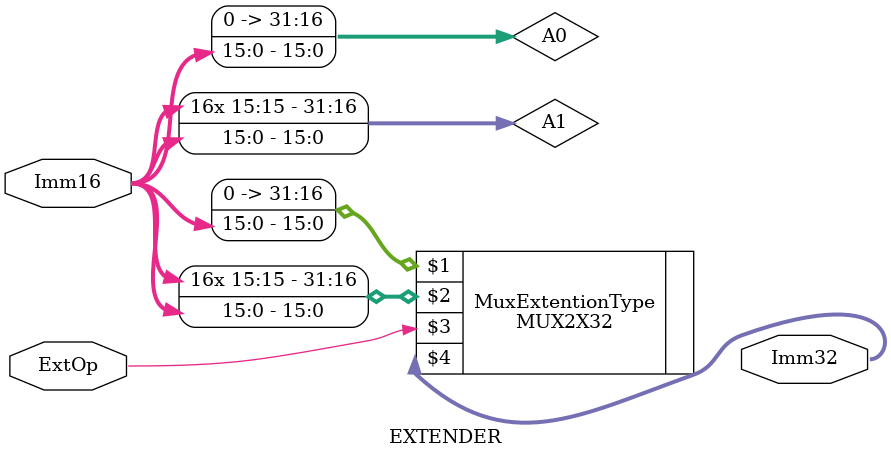
<source format=sv>
`timescale 1ns / 1ps

module EXTENDER(input  [15:0] Imm16,
                input         ExtOp,
                output [31:0] Imm32);
    logic [31:0] A0,A1;
    assign A0 = {16'b0,Imm16};//0ÍØÕ¹
    assign A1 = {{16{Imm16[15]}},Imm16};//·ûºÅÍØÕ¹
    MUX2X32 MuxExtentionType(A0,A1,ExtOp,Imm32);//¸ù¾ÝExtOpÑ¡Ôñ0ÍØÕ¹»¹ÊÇ·ûºÅÍØÕ¹
endmodule

</source>
